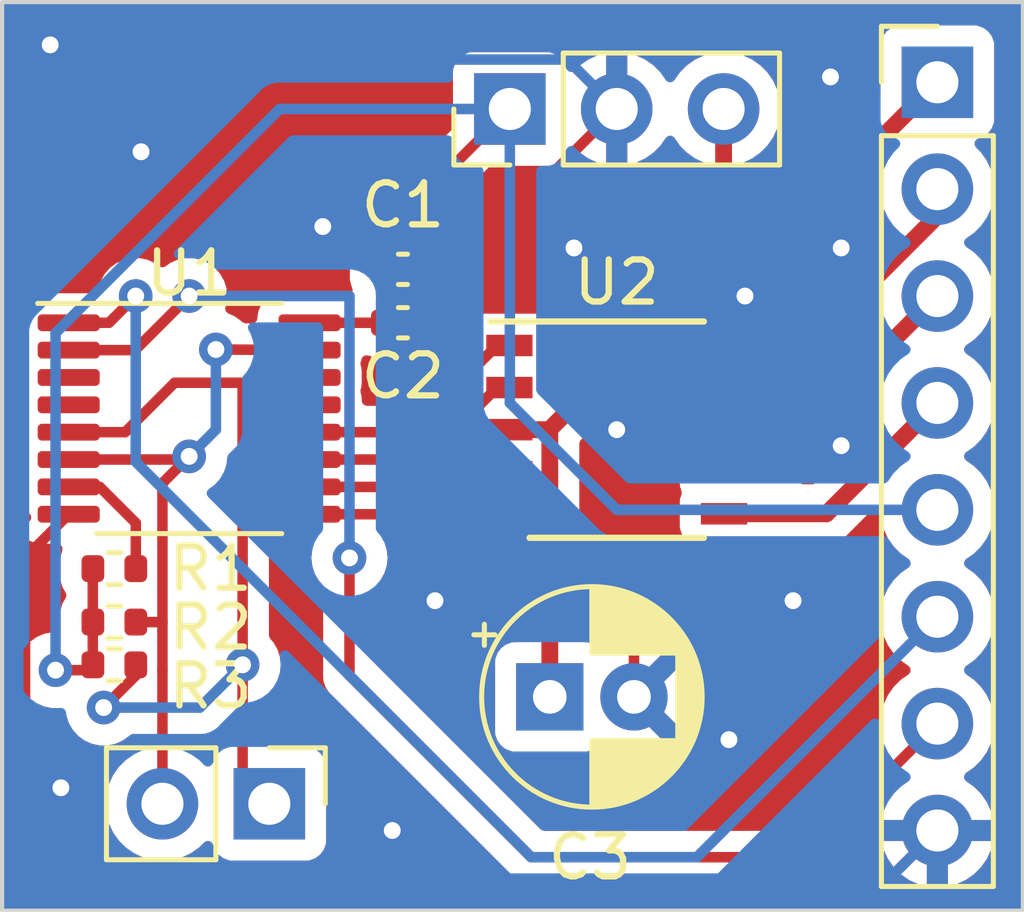
<source format=kicad_pcb>
(kicad_pcb (version 20221018) (generator pcbnew)
  (layers (0 "F.Cu" signal) (31 "B.Cu" signal) (34 "B.Paste" user) (35 "F.Paste" user) (36 "B.SilkS" user "B.Silkscreen") (37 "F.SilkS" user "F.Silkscreen") (38 "B.Mask" user) (39 "F.Mask" user) (44 "Edge.Cuts" user))
  (net 0 "")
  (net 1 "+5V")
  (net 2 "GND")
  (net 3 "+12V")
  (net 4 "Net-(J1-Pin_1)")
  (net 5 "Net-(J1-Pin_2)")
  (net 6 "Net-(J1-Pin_3)")
  (net 7 "Net-(J1-Pin_4)")
  (net 8 "Net-(J1-Pin_6)")
  (net 9 "Net-(J1-Pin_7)")
  (net 10 "I2C_SCL")
  (net 11 "I2C_SDA")
  (net 12 "Net-(U1-RESET)")
  (net 15 "Net-(U1-OUT3)")
  (net 16 "Net-(U1-OUT2)")
  (net 17 "Net-(U1-OUT1)")
  (net 18 "Net-(U1-OUT0)")
  (footprint "Package_SO:SSOP-10_3.9x4.9mm_P1.00mm" (layer "F.Cu") (at 68.58 25.4)
    (fp_text reference "U2" (at 0 -3.5) (layer "F.SilkS"))
    (fp_text value "~" hide)
    (fp_line (start -3 -2.57) (end 2.07 -2.57) (stroke (width 0.15)) (layer "F.SilkS"))
    (fp_line (start -2.07 2.57) (end 2.07 2.57) (stroke (width 0.15)) (layer "F.SilkS"))
    (pad "1" smd rect (at -2.55 -2) (size 1.1 0.51) (layers "F.Cu" "F.Paste" "F.Mask") (net 18 "Net-(U1-OUT0)"))
    (pad "2" smd rect (at -2.55 -1) (size 1.1 0.51) (layers "F.Cu" "F.Paste" "F.Mask") (net 17 "Net-(U1-OUT1)"))
    (pad "3" smd rect (at -2.55 0) (size 1.1 0.51) (layers "F.Cu" "F.Paste" "F.Mask") (net 3 "+12V"))
    (pad "4" smd rect (at -2.55 1) (size 1.1 0.51) (layers "F.Cu" "F.Paste" "F.Mask") (net 16 "Net-(U1-OUT2)"))
    (pad "5" smd rect (at -2.55 2) (size 1.1 0.51) (layers "F.Cu" "F.Paste" "F.Mask") (net 15 "Net-(U1-OUT3)"))
    (pad "6" smd rect (at 2.55 2) (size 1.1 0.51) (layers "F.Cu" "F.Paste" "F.Mask") (net 7 "Net-(J1-Pin_4)"))
    (pad "7" smd rect (at 2.55 1) (size 1.1 0.51) (layers "F.Cu" "F.Paste" "F.Mask") (net 6 "Net-(J1-Pin_3)"))
    (pad "8" smd rect (at 2.55 0) (size 1.1 0.51) (layers "F.Cu" "F.Paste" "F.Mask") (net 2 "GND"))
    (pad "9" smd rect (at 2.55 -1) (size 1.1 0.51) (layers "F.Cu" "F.Paste" "F.Mask") (net 5 "Net-(J1-Pin_2)"))
    (pad "10" smd rect (at 2.55 -2) (size 1.1 0.51) (layers "F.Cu" "F.Paste" "F.Mask") (net 4 "Net-(J1-Pin_1)"))
  )
  (footprint "Resistor_SMD:R_0402_1005Metric" (layer "F.Cu") (at 56.642 28.702)
    (fp_text reference "R1" (at 2.286 0 180) (layer "F.SilkS"))
    (fp_text value "1.2k" hide)
    (fp_line (start -0.153641 -0.38) (end 0.153641 -0.38) (stroke (width 0.12)) (layer "F.SilkS"))
    (fp_line (start -0.153641 0.38) (end 0.153641 0.38) (stroke (width 0.12)) (layer "F.SilkS"))
    (pad "1" smd roundrect (at -0.51 0) (size 0.54 0.64) (layers "F.Cu" "F.Paste" "F.Mask") (net 1 "+5V"))
    (pad "2" smd roundrect (at 0.51 0) (size 0.54 0.64) (layers "F.Cu" "F.Paste" "F.Mask") (net 12 "Net-(U1-RESET)"))
  )
  (footprint "Capacitor_THT:CP_Radial_D5.0mm_P2.00mm" (layer "F.Cu") (at 66.989888 31.75)
    (fp_text reference "C3" (at 0.955112 3.81) (layer "F.SilkS"))
    (fp_text value "4.7 μF" hide)
    (fp_line (start -1.804775 -1.475) (end -1.304775 -1.475) (stroke (width 0.12)) (layer "F.SilkS"))
    (fp_line (start -1.554775 -1.725) (end -1.554775 -1.225) (stroke (width 0.12)) (layer "F.SilkS"))
    (fp_line (start 1 -2.58) (end 1 -1.04) (stroke (width 0.12)) (layer "F.SilkS"))
    (fp_line (start 1 1.04) (end 1 2.58) (stroke (width 0.12)) (layer "F.SilkS"))
    (fp_line (start 1.04 -2.58) (end 1.04 -1.04) (stroke (width 0.12)) (layer "F.SilkS"))
    (fp_line (start 1.04 1.04) (end 1.04 2.58) (stroke (width 0.12)) (layer "F.SilkS"))
    (fp_line (start 1.08 -2.579) (end 1.08 -1.04) (stroke (width 0.12)) (layer "F.SilkS"))
    (fp_line (start 1.08 1.04) (end 1.08 2.579) (stroke (width 0.12)) (layer "F.SilkS"))
    (fp_line (start 1.12 -2.578) (end 1.12 -1.04) (stroke (width 0.12)) (layer "F.SilkS"))
    (fp_line (start 1.12 1.04) (end 1.12 2.578) (stroke (width 0.12)) (layer "F.SilkS"))
    (fp_line (start 1.16 -2.576) (end 1.16 -1.04) (stroke (width 0.12)) (layer "F.SilkS"))
    (fp_line (start 1.16 1.04) (end 1.16 2.576) (stroke (width 0.12)) (layer "F.SilkS"))
    (fp_line (start 1.2 -2.573) (end 1.2 -1.04) (stroke (width 0.12)) (layer "F.SilkS"))
    (fp_line (start 1.2 1.04) (end 1.2 2.573) (stroke (width 0.12)) (layer "F.SilkS"))
    (fp_line (start 1.24 -2.569) (end 1.24 -1.04) (stroke (width 0.12)) (layer "F.SilkS"))
    (fp_line (start 1.24 1.04) (end 1.24 2.569) (stroke (width 0.12)) (layer "F.SilkS"))
    (fp_line (start 1.28 -2.565) (end 1.28 -1.04) (stroke (width 0.12)) (layer "F.SilkS"))
    (fp_line (start 1.28 1.04) (end 1.28 2.565) (stroke (width 0.12)) (layer "F.SilkS"))
    (fp_line (start 1.32 -2.561) (end 1.32 -1.04) (stroke (width 0.12)) (layer "F.SilkS"))
    (fp_line (start 1.32 1.04) (end 1.32 2.561) (stroke (width 0.12)) (layer "F.SilkS"))
    (fp_line (start 1.36 -2.556) (end 1.36 -1.04) (stroke (width 0.12)) (layer "F.SilkS"))
    (fp_line (start 1.36 1.04) (end 1.36 2.556) (stroke (width 0.12)) (layer "F.SilkS"))
    (fp_line (start 1.4 -2.55) (end 1.4 -1.04) (stroke (width 0.12)) (layer "F.SilkS"))
    (fp_line (start 1.4 1.04) (end 1.4 2.55) (stroke (width 0.12)) (layer "F.SilkS"))
    (fp_line (start 1.44 -2.543) (end 1.44 -1.04) (stroke (width 0.12)) (layer "F.SilkS"))
    (fp_line (start 1.44 1.04) (end 1.44 2.543) (stroke (width 0.12)) (layer "F.SilkS"))
    (fp_line (start 1.48 -2.536) (end 1.48 -1.04) (stroke (width 0.12)) (layer "F.SilkS"))
    (fp_line (start 1.48 1.04) (end 1.48 2.536) (stroke (width 0.12)) (layer "F.SilkS"))
    (fp_line (start 1.52 -2.528) (end 1.52 -1.04) (stroke (width 0.12)) (layer "F.SilkS"))
    (fp_line (start 1.52 1.04) (end 1.52 2.528) (stroke (width 0.12)) (layer "F.SilkS"))
    (fp_line (start 1.56 -2.52) (end 1.56 -1.04) (stroke (width 0.12)) (layer "F.SilkS"))
    (fp_line (start 1.56 1.04) (end 1.56 2.52) (stroke (width 0.12)) (layer "F.SilkS"))
    (fp_line (start 1.6 -2.511) (end 1.6 -1.04) (stroke (width 0.12)) (layer "F.SilkS"))
    (fp_line (start 1.6 1.04) (end 1.6 2.511) (stroke (width 0.12)) (layer "F.SilkS"))
    (fp_line (start 1.64 -2.501) (end 1.64 -1.04) (stroke (width 0.12)) (layer "F.SilkS"))
    (fp_line (start 1.64 1.04) (end 1.64 2.501) (stroke (width 0.12)) (layer "F.SilkS"))
    (fp_line (start 1.68 -2.491) (end 1.68 -1.04) (stroke (width 0.12)) (layer "F.SilkS"))
    (fp_line (start 1.68 1.04) (end 1.68 2.491) (stroke (width 0.12)) (layer "F.SilkS"))
    (fp_line (start 1.721 -2.48) (end 1.721 -1.04) (stroke (width 0.12)) (layer "F.SilkS"))
    (fp_line (start 1.721 1.04) (end 1.721 2.48) (stroke (width 0.12)) (layer "F.SilkS"))
    (fp_line (start 1.761 -2.468) (end 1.761 -1.04) (stroke (width 0.12)) (layer "F.SilkS"))
    (fp_line (start 1.761 1.04) (end 1.761 2.468) (stroke (width 0.12)) (layer "F.SilkS"))
    (fp_line (start 1.801 -2.455) (end 1.801 -1.04) (stroke (width 0.12)) (layer "F.SilkS"))
    (fp_line (start 1.801 1.04) (end 1.801 2.455) (stroke (width 0.12)) (layer "F.SilkS"))
    (fp_line (start 1.841 -2.442) (end 1.841 -1.04) (stroke (width 0.12)) (layer "F.SilkS"))
    (fp_line (start 1.841 1.04) (end 1.841 2.442) (stroke (width 0.12)) (layer "F.SilkS"))
    (fp_line (start 1.881 -2.428) (end 1.881 -1.04) (stroke (width 0.12)) (layer "F.SilkS"))
    (fp_line (start 1.881 1.04) (end 1.881 2.428) (stroke (width 0.12)) (layer "F.SilkS"))
    (fp_line (start 1.921 -2.414) (end 1.921 -1.04) (stroke (width 0.12)) (layer "F.SilkS"))
    (fp_line (start 1.921 1.04) (end 1.921 2.414) (stroke (width 0.12)) (layer "F.SilkS"))
    (fp_line (start 1.961 -2.398) (end 1.961 -1.04) (stroke (width 0.12)) (layer "F.SilkS"))
    (fp_line (start 1.961 1.04) (end 1.961 2.398) (stroke (width 0.12)) (layer "F.SilkS"))
    (fp_line (start 2.001 -2.382) (end 2.001 -1.04) (stroke (width 0.12)) (layer "F.SilkS"))
    (fp_line (start 2.001 1.04) (end 2.001 2.382) (stroke (width 0.12)) (layer "F.SilkS"))
    (fp_line (start 2.041 -2.365) (end 2.041 -1.04) (stroke (width 0.12)) (layer "F.SilkS"))
    (fp_line (start 2.041 1.04) (end 2.041 2.365) (stroke (width 0.12)) (layer "F.SilkS"))
    (fp_line (start 2.081 -2.348) (end 2.081 -1.04) (stroke (width 0.12)) (layer "F.SilkS"))
    (fp_line (start 2.081 1.04) (end 2.081 2.348) (stroke (width 0.12)) (layer "F.SilkS"))
    (fp_line (start 2.121 -2.329) (end 2.121 -1.04) (stroke (width 0.12)) (layer "F.SilkS"))
    (fp_line (start 2.121 1.04) (end 2.121 2.329) (stroke (width 0.12)) (layer "F.SilkS"))
    (fp_line (start 2.161 -2.31) (end 2.161 -1.04) (stroke (width 0.12)) (layer "F.SilkS"))
    (fp_line (start 2.161 1.04) (end 2.161 2.31) (stroke (width 0.12)) (layer "F.SilkS"))
    (fp_line (start 2.201 -2.29) (end 2.201 -1.04) (stroke (width 0.12)) (layer "F.SilkS"))
    (fp_line (start 2.201 1.04) (end 2.201 2.29) (stroke (width 0.12)) (layer "F.SilkS"))
    (fp_line (start 2.241 -2.268) (end 2.241 -1.04) (stroke (width 0.12)) (layer "F.SilkS"))
    (fp_line (start 2.241 1.04) (end 2.241 2.268) (stroke (width 0.12)) (layer "F.SilkS"))
    (fp_line (start 2.281 -2.247) (end 2.281 -1.04) (stroke (width 0.12)) (layer "F.SilkS"))
    (fp_line (start 2.281 1.04) (end 2.281 2.247) (stroke (width 0.12)) (layer "F.SilkS"))
    (fp_line (start 2.321 -2.224) (end 2.321 -1.04) (stroke (width 0.12)) (layer "F.SilkS"))
    (fp_line (start 2.321 1.04) (end 2.321 2.224) (stroke (width 0.12)) (layer "F.SilkS"))
    (fp_line (start 2.361 -2.2) (end 2.361 -1.04) (stroke (width 0.12)) (layer "F.SilkS"))
    (fp_line (start 2.361 1.04) (end 2.361 2.2) (stroke (width 0.12)) (layer "F.SilkS"))
    (fp_line (start 2.401 -2.175) (end 2.401 -1.04) (stroke (width 0.12)) (layer "F.SilkS"))
    (fp_line (start 2.401 1.04) (end 2.401 2.175) (stroke (width 0.12)) (layer "F.SilkS"))
    (fp_line (start 2.441 -2.149) (end 2.441 -1.04) (stroke (width 0.12)) (layer "F.SilkS"))
    (fp_line (start 2.441 1.04) (end 2.441 2.149) (stroke (width 0.12)) (layer "F.SilkS"))
    (fp_line (start 2.481 -2.122) (end 2.481 -1.04) (stroke (width 0.12)) (layer "F.SilkS"))
    (fp_line (start 2.481 1.04) (end 2.481 2.122) (stroke (width 0.12)) (layer "F.SilkS"))
    (fp_line (start 2.521 -2.095) (end 2.521 -1.04) (stroke (width 0.12)) (layer "F.SilkS"))
    (fp_line (start 2.521 1.04) (end 2.521 2.095) (stroke (width 0.12)) (layer "F.SilkS"))
    (fp_line (start 2.561 -2.065) (end 2.561 -1.04) (stroke (width 0.12)) (layer "F.SilkS"))
    (fp_line (start 2.561 1.04) (end 2.561 2.065) (stroke (width 0.12)) (layer "F.SilkS"))
    (fp_line (start 2.601 -2.035) (end 2.601 -1.04) (stroke (width 0.12)) (layer "F.SilkS"))
    (fp_line (start 2.601 1.04) (end 2.601 2.035) (stroke (width 0.12)) (layer "F.SilkS"))
    (fp_line (start 2.641 -2.004) (end 2.641 -1.04) (stroke (width 0.12)) (layer "F.SilkS"))
    (fp_line (start 2.641 1.04) (end 2.641 2.004) (stroke (width 0.12)) (layer "F.SilkS"))
    (fp_line (start 2.681 -1.971) (end 2.681 -1.04) (stroke (width 0.12)) (layer "F.SilkS"))
    (fp_line (start 2.681 1.04) (end 2.681 1.971) (stroke (width 0.12)) (layer "F.SilkS"))
    (fp_line (start 2.721 -1.937) (end 2.721 -1.04) (stroke (width 0.12)) (layer "F.SilkS"))
    (fp_line (start 2.721 1.04) (end 2.721 1.937) (stroke (width 0.12)) (layer "F.SilkS"))
    (fp_line (start 2.761 -1.901) (end 2.761 -1.04) (stroke (width 0.12)) (layer "F.SilkS"))
    (fp_line (start 2.761 1.04) (end 2.761 1.901) (stroke (width 0.12)) (layer "F.SilkS"))
    (fp_line (start 2.801 -1.864) (end 2.801 -1.04) (stroke (width 0.12)) (layer "F.SilkS"))
    (fp_line (start 2.801 1.04) (end 2.801 1.864) (stroke (width 0.12)) (layer "F.SilkS"))
    (fp_line (start 2.841 -1.826) (end 2.841 -1.04) (stroke (width 0.12)) (layer "F.SilkS"))
    (fp_line (start 2.841 1.04) (end 2.841 1.826) (stroke (width 0.12)) (layer "F.SilkS"))
    (fp_line (start 2.881 -1.785) (end 2.881 -1.04) (stroke (width 0.12)) (layer "F.SilkS"))
    (fp_line (start 2.881 1.04) (end 2.881 1.785) (stroke (width 0.12)) (layer "F.SilkS"))
    (fp_line (start 2.921 -1.743) (end 2.921 -1.04) (stroke (width 0.12)) (layer "F.SilkS"))
    (fp_line (start 2.921 1.04) (end 2.921 1.743) (stroke (width 0.12)) (layer "F.SilkS"))
    (fp_line (start 2.961 -1.699) (end 2.961 -1.04) (stroke (width 0.12)) (layer "F.SilkS"))
    (fp_line (start 2.961 1.04) (end 2.961 1.699) (stroke (width 0.12)) (layer "F.SilkS"))
    (fp_line (start 3.001 -1.653) (end 3.001 -1.04) (stroke (width 0.12)) (layer "F.SilkS"))
    (fp_line (start 3.001 1.04) (end 3.001 1.653) (stroke (width 0.12)) (layer "F.SilkS"))
    (fp_line (start 3.041 -1.605) (end 3.041 1.605) (stroke (width 0.12)) (layer "F.SilkS"))
    (fp_line (start 3.081 -1.554) (end 3.081 1.554) (stroke (width 0.12)) (layer "F.SilkS"))
    (fp_line (start 3.121 -1.5) (end 3.121 1.5) (stroke (width 0.12)) (layer "F.SilkS"))
    (fp_line (start 3.161 -1.443) (end 3.161 1.443) (stroke (width 0.12)) (layer "F.SilkS"))
    (fp_line (start 3.201 -1.383) (end 3.201 1.383) (stroke (width 0.12)) (layer "F.SilkS"))
    (fp_line (start 3.241 -1.319) (end 3.241 1.319) (stroke (width 0.12)) (layer "F.SilkS"))
    (fp_line (start 3.281 -1.251) (end 3.281 1.251) (stroke (width 0.12)) (layer "F.SilkS"))
    (fp_line (start 3.321 -1.178) (end 3.321 1.178) (stroke (width 0.12)) (layer "F.SilkS"))
    (fp_line (start 3.361 -1.098) (end 3.361 1.098) (stroke (width 0.12)) (layer "F.SilkS"))
    (fp_line (start 3.401 -1.011) (end 3.401 1.011) (stroke (width 0.12)) (layer "F.SilkS"))
    (fp_line (start 3.441 -0.915) (end 3.441 0.915) (stroke (width 0.12)) (layer "F.SilkS"))
    (fp_line (start 3.481 -0.805) (end 3.481 0.805) (stroke (width 0.12)) (layer "F.SilkS"))
    (fp_line (start 3.521 -0.677) (end 3.521 0.677) (stroke (width 0.12)) (layer "F.SilkS"))
    (fp_line (start 3.561 -0.518) (end 3.561 0.518) (stroke (width 0.12)) (layer "F.SilkS"))
    (fp_line (start 3.601 -0.284) (end 3.601 0.284) (stroke (width 0.12)) (layer "F.SilkS"))
    (fp_circle (center 1 0) (end 3.62 0) (stroke (width 0.12)) (fill none) (layer "F.SilkS"))
    (pad "1" thru_hole rect (at 0 0) (size 1.6 1.6) (drill 0.8) (layers "*.Cu" "*.Mask") (net 3 "+12V"))
    (pad "2" thru_hole circle (at 2 0) (size 1.6 1.6) (drill 0.8) (layers "*.Cu" "*.Mask") (net 2 "GND"))
  )
  (footprint "Connector_PinHeader_2.54mm:PinHeader_1x03_P2.54mm_Vertical" (layer "F.Cu") (at 66.04 17.78 90)
    (fp_text reference "J3" hide)
    (fp_text value "Conn_01x03_Pin" hide)
    (fp_line (start -1.33 -1.33) (end 0 -1.33) (stroke (width 0.12)) (layer "F.SilkS"))
    (fp_line (start -1.33 0) (end -1.33 -1.33) (stroke (width 0.12)) (layer "F.SilkS"))
    (fp_line (start -1.33 1.27) (end -1.33 6.41) (stroke (width 0.12)) (layer "F.SilkS"))
    (fp_line (start -1.33 1.27) (end 1.33 1.27) (stroke (width 0.12)) (layer "F.SilkS"))
    (fp_line (start -1.33 6.41) (end 1.33 6.41) (stroke (width 0.12)) (layer "F.SilkS"))
    (fp_line (start 1.33 1.27) (end 1.33 6.41) (stroke (width 0.12)) (layer "F.SilkS"))
    (pad "1" thru_hole rect (at 0 0 90) (size 1.7 1.7) (drill 1) (layers "*.Cu" "*.Mask") (net 1 "+5V"))
    (pad "2" thru_hole oval (at 0 2.54 90) (size 1.7 1.7) (drill 1) (layers "*.Cu" "*.Mask") (net 2 "GND"))
    (pad "3" thru_hole oval (at 0 5.08 90) (size 1.7 1.7) (drill 1) (layers "*.Cu" "*.Mask") (net 3 "+12V"))
  )
  (footprint "Package_SO:TSSOP-16_4.4x5mm_P0.65mm" (layer "F.Cu") (at 58.42 25.135)
    (fp_text reference "U1" (at 0 -3.45) (layer "F.SilkS"))
    (fp_text value "~" hide)
    (fp_line (start 0 -2.735) (end -3.6 -2.735) (stroke (width 0.12)) (layer "F.SilkS"))
    (fp_line (start 0 -2.735) (end 2.2 -2.735) (stroke (width 0.12)) (layer "F.SilkS"))
    (fp_line (start 0 2.735) (end -2.2 2.735) (stroke (width 0.12)) (layer "F.SilkS"))
    (fp_line (start 0 2.735) (end 2.2 2.735) (stroke (width 0.12)) (layer "F.SilkS"))
    (pad "1" smd roundrect (at -2.8625 -2.275) (size 1.475 0.4) (layers "F.Cu" "F.Paste" "F.Mask") (net 8 "Net-(J1-Pin_6)"))
    (pad "2" smd roundrect (at -2.8625 -1.625) (size 1.475 0.4) (layers "F.Cu" "F.Paste" "F.Mask") (net 9 "Net-(J1-Pin_7)"))
    (pad "3" smd roundrect (at -2.8625 -0.975) (size 1.475 0.4) (layers "F.Cu" "F.Paste" "F.Mask"))
    (pad "4" smd roundrect (at -2.8625 -0.325) (size 1.475 0.4) (layers "F.Cu" "F.Paste" "F.Mask"))
    (pad "5" smd roundrect (at -2.8625 0.325) (size 1.475 0.4) (layers "F.Cu" "F.Paste" "F.Mask") (net 10 "I2C_SCL"))
    (pad "6" smd roundrect (at -2.8625 0.975) (size 1.475 0.4) (layers "F.Cu" "F.Paste" "F.Mask") (net 11 "I2C_SDA"))
    (pad "7" smd roundrect (at -2.8625 1.625) (size 1.475 0.4) (layers "F.Cu" "F.Paste" "F.Mask") (net 12 "Net-(U1-RESET)"))
    (pad "8" smd roundrect (at -2.8625 2.275) (size 1.475 0.4) (layers "F.Cu" "F.Paste" "F.Mask") (net 2 "GND"))
    (pad "9" smd roundrect (at 2.8625 2.275) (size 1.475 0.4) (layers "F.Cu" "F.Paste" "F.Mask") (net 15 "Net-(U1-OUT3)"))
    (pad "10" smd roundrect (at 2.8625 1.625) (size 1.475 0.4) (layers "F.Cu" "F.Paste" "F.Mask") (net 16 "Net-(U1-OUT2)"))
    (pad "11" smd roundrect (at 2.8625 0.975) (size 1.475 0.4) (layers "F.Cu" "F.Paste" "F.Mask") (net 17 "Net-(U1-OUT1)"))
    (pad "12" smd roundrect (at 2.8625 0.325) (size 1.475 0.4) (layers "F.Cu" "F.Paste" "F.Mask") (net 18 "Net-(U1-OUT0)"))
    (pad "13" smd roundrect (at 2.8625 -0.325) (size 1.475 0.4) (layers "F.Cu" "F.Paste" "F.Mask"))
    (pad "14" smd roundrect (at 2.8625 -0.975) (size 1.475 0.4) (layers "F.Cu" "F.Paste" "F.Mask") (net 10 "I2C_SCL"))
    (pad "15" smd roundrect (at 2.8625 -1.625) (size 1.475 0.4) (layers "F.Cu" "F.Paste" "F.Mask") (net 11 "I2C_SDA"))
    (pad "16" smd roundrect (at 2.8625 -2.275) (size 1.475 0.4) (layers "F.Cu" "F.Paste" "F.Mask") (net 1 "+5V"))
  )
  (footprint "Capacitor_SMD:C_0402_1005Metric" (layer "F.Cu") (at 63.5 22.86)
    (fp_text reference "C2" (at 0 1.27) (layer "F.SilkS"))
    (fp_text value "0.01 μF" hide)
    (fp_line (start -0.107836 -0.36) (end 0.107836 -0.36) (stroke (width 0.12)) (layer "F.SilkS"))
    (fp_line (start -0.107836 0.36) (end 0.107836 0.36) (stroke (width 0.12)) (layer "F.SilkS"))
    (pad "1" smd roundrect (at -0.48 0) (size 0.56 0.62) (layers "F.Cu" "F.Paste" "F.Mask") (net 1 "+5V"))
    (pad "2" smd roundrect (at 0.48 0) (size 0.56 0.62) (layers "F.Cu" "F.Paste" "F.Mask") (net 2 "GND"))
  )
  (footprint "Connector_PinHeader_2.54mm:PinHeader_1x08_P2.54mm_Vertical" (layer "F.Cu") (at 76.2 17.145)
    (fp_text reference "J1" hide)
    (fp_text value "Conn_02x04_Counter_Clockwise" hide)
    (fp_line (start -1.33 -1.33) (end 0 -1.33) (stroke (width 0.12)) (layer "F.SilkS"))
    (fp_line (start -1.33 0) (end -1.33 -1.33) (stroke (width 0.12)) (layer "F.SilkS"))
    (fp_line (start -1.33 1.27) (end -1.33 19.11) (stroke (width 0.12)) (layer "F.SilkS"))
    (fp_line (start -1.33 1.27) (end 1.33 1.27) (stroke (width 0.12)) (layer "F.SilkS"))
    (fp_line (start -1.33 19.11) (end 1.33 19.11) (stroke (width 0.12)) (layer "F.SilkS"))
    (fp_line (start 1.33 1.27) (end 1.33 19.11) (stroke (width 0.12)) (layer "F.SilkS"))
    (pad "1" thru_hole rect (at 0 0) (size 1.7 1.7) (drill 1) (layers "*.Cu" "*.Mask") (net 4 "Net-(J1-Pin_1)"))
    (pad "2" thru_hole oval (at 0 2.54) (size 1.7 1.7) (drill 1) (layers "*.Cu" "*.Mask") (net 5 "Net-(J1-Pin_2)"))
    (pad "3" thru_hole oval (at 0 5.08) (size 1.7 1.7) (drill 1) (layers "*.Cu" "*.Mask") (net 6 "Net-(J1-Pin_3)"))
    (pad "4" thru_hole oval (at 0 7.62) (size 1.7 1.7) (drill 1) (layers "*.Cu" "*.Mask") (net 7 "Net-(J1-Pin_4)"))
    (pad "5" thru_hole oval (at 0 10.16) (size 1.7 1.7) (drill 1) (layers "*.Cu" "*.Mask") (net 1 "+5V"))
    (pad "6" thru_hole oval (at 0 12.7) (size 1.7 1.7) (drill 1) (layers "*.Cu" "*.Mask") (net 8 "Net-(J1-Pin_6)"))
    (pad "7" thru_hole oval (at 0 15.24) (size 1.7 1.7) (drill 1) (layers "*.Cu" "*.Mask") (net 9 "Net-(J1-Pin_7)"))
    (pad "8" thru_hole oval (at 0 17.78) (size 1.7 1.7) (drill 1) (layers "*.Cu" "*.Mask") (net 2 "GND"))
  )
  (footprint "Capacitor_SMD:C_0402_1005Metric" (layer "F.Cu") (at 63.5 21.59)
    (fp_text reference "C1" (at 0 -1.524) (layer "F.SilkS"))
    (fp_text value "4.7 μF" hide)
    (fp_line (start -0.107836 -0.36) (end 0.107836 -0.36) (stroke (width 0.12)) (layer "F.SilkS"))
    (fp_line (start -0.107836 0.36) (end 0.107836 0.36) (stroke (width 0.12)) (layer "F.SilkS"))
    (pad "1" smd roundrect (at -0.48 0) (size 0.56 0.62) (layers "F.Cu" "F.Paste" "F.Mask") (net 1 "+5V"))
    (pad "2" smd roundrect (at 0.48 0) (size 0.56 0.62) (layers "F.Cu" "F.Paste" "F.Mask") (net 2 "GND"))
  )
  (footprint "Resistor_SMD:R_0402_1005Metric" (layer "F.Cu") (at 56.642 30.988 180)
    (fp_text reference "R3" (at -2.286 -0.508) (layer "F.SilkS"))
    (fp_text value "1.6k" hide)
    (fp_line (start -0.153641 -0.38) (end 0.153641 -0.38) (stroke (width 0.12)) (layer "F.SilkS"))
    (fp_line (start -0.153641 0.38) (end 0.153641 0.38) (stroke (width 0.12)) (layer "F.SilkS"))
    (pad "1" smd roundrect (at -0.51 0 180) (size 0.54 0.64) (layers "F.Cu" "F.Paste" "F.Mask") (net 10 "I2C_SCL"))
    (pad "2" smd roundrect (at 0.51 0 180) (size 0.54 0.64) (layers "F.Cu" "F.Paste" "F.Mask") (net 1 "+5V"))
  )
  (footprint "Connector_PinHeader_2.54mm:PinHeader_1x02_P2.54mm_Vertical" (layer "F.Cu") (at 60.325 34.29 -90)
    (fp_text reference "J2" hide)
    (fp_text value "Conn_01x02_Pin" hide)
    (fp_line (start -1.33 -1.33) (end 0 -1.33) (stroke (width 0.12)) (layer "F.SilkS"))
    (fp_line (start -1.33 0) (end -1.33 -1.33) (stroke (width 0.12)) (layer "F.SilkS"))
    (fp_line (start -1.33 1.27) (end -1.33 3.87) (stroke (width 0.12)) (layer "F.SilkS"))
    (fp_line (start -1.33 1.27) (end 1.33 1.27) (stroke (width 0.12)) (layer "F.SilkS"))
    (fp_line (start -1.33 3.87) (end 1.33 3.87) (stroke (width 0.12)) (layer "F.SilkS"))
    (fp_line (start 1.33 1.27) (end 1.33 3.87) (stroke (width 0.12)) (layer "F.SilkS"))
    (pad "1" thru_hole rect (at 0 0 270) (size 1.7 1.7) (drill 1) (layers "*.Cu" "*.Mask") (net 10 "I2C_SCL"))
    (pad "2" thru_hole oval (at 0 2.54 270) (size 1.7 1.7) (drill 1) (layers "*.Cu" "*.Mask") (net 11 "I2C_SDA"))
  )
  (footprint "Resistor_SMD:R_0402_1005Metric" (layer "F.Cu") (at 56.642 29.972)
    (fp_text reference "R2" (at 2.288 0.127) (layer "F.SilkS"))
    (fp_text value "1.6k" hide)
    (fp_line (start -0.153641 -0.38) (end 0.153641 -0.38) (stroke (width 0.12)) (layer "F.SilkS"))
    (fp_line (start -0.153641 0.38) (end 0.153641 0.38) (stroke (width 0.12)) (layer "F.SilkS"))
    (pad "1" smd roundrect (at -0.51 0) (size 0.54 0.64) (layers "F.Cu" "F.Paste" "F.Mask") (net 1 "+5V"))
    (pad "2" smd roundrect (at 0.51 0) (size 0.54 0.64) (layers "F.Cu" "F.Paste" "F.Mask") (net 11 "I2C_SDA"))
  )
  (gr_rect (start 53.975 15.24) (end 78.232 36.83) (stroke (width 0.1)) (fill none) (layer "Edge.Cuts"))
  (segment (start 56.13 31.115) (end 56.13 28.704) (width 0.25) (layer "F.Cu") (net 1))
  (segment (start 56.13 28.704) (end 56.132 28.702) (width 0.25) (layer "F.Cu") (net 1))
  (segment (start 66.04 17.78) (end 63.02 20.8) (width 0.25) (layer "F.Cu") (net 1))
  (segment (start 56.13 31.115) (end 55.245 31.115) (width 0.25) (layer "F.Cu") (net 1))
  (segment (start 63.02 20.8) (end 63.02 21.59) (width 0.25) (layer "F.Cu") (net 1))
  (segment (start 63.02 21.59) (end 63.02 22.86) (width 0.25) (layer "F.Cu") (net 1))
  (segment (start 61.2825 22.86) (end 63.02 22.86) (width 0.25) (layer "F.Cu") (net 1))
  (via (at 55.245 31.115) (size 0.8) (drill 0.4) (layers "F.Cu" "B.Cu") (net 1))
  (segment (start 55.245 31.115) (end 55.245 23.104695) (width 0.25) (layer "B.Cu") (net 1))
  (segment (start 55.245 23.104695) (end 60.569695 17.78) (width 0.25) (layer "B.Cu") (net 1))
  (segment (start 68.58 27.305) (end 76.2 27.305) (width 0.25) (layer "B.Cu") (net 1))
  (segment (start 60.569695 17.78) (end 66.04 17.78) (width 0.25) (layer "B.Cu") (net 1))
  (segment (start 66.04 17.78) (end 66.04 24.765) (width 0.25) (layer "B.Cu") (net 1))
  (segment (start 66.04 24.765) (end 68.58 27.305) (width 0.25) (layer "B.Cu") (net 1))
  (segment (start 68.58 25.4) (end 71.13 25.4) (width 0.25) (layer "F.Cu") (net 2))
  (segment (start 74.803 36.322) (end 76.2 34.925) (width 0.25) (layer "F.Cu") (net 2))
  (segment (start 70.675 25.4) (end 71.13 25.4) (width 0.25) (layer "F.Cu") (net 2))
  (segment (start 68.989888 31.75) (end 68.989888 27.085112) (width 0.25) (layer "F.Cu") (net 2))
  (segment (start 63.98 21.59) (end 63.98 22.86) (width 0.25) (layer "F.Cu") (net 2))
  (segment (start 63.98 21.59) (end 64.77 21.59) (width 0.25) (layer "F.Cu") (net 2))
  (segment (start 54.52 28.4475) (end 54.52 36.232) (width 0.25) (layer "F.Cu") (net 2))
  (segment (start 54.61 36.322) (end 74.803 36.322) (width 0.25) (layer "F.Cu") (net 2))
  (segment (start 68.989888 27.085112) (end 70.675 25.4) (width 0.25) (layer "F.Cu") (net 2))
  (segment (start 55.5575 27.41) (end 54.52 28.4475) (width 0.25) (layer "F.Cu") (net 2))
  (segment (start 64.77 21.59) (end 68.58 17.78) (width 0.25) (layer "F.Cu") (net 2))
  (segment (start 54.52 36.232) (end 54.61 36.322) (width 0.25) (layer "F.Cu") (net 2))
  (via (at 64.262 29.464) (size 0.8) (drill 0.4) (layers "F.Cu" "B.Cu") (net 2))
  (via (at 57.277 18.796) (size 0.8) (drill 0.4) (layers "F.Cu" "B.Cu") (net 2))
  (via (at 67.564 21.082) (size 0.8) (drill 0.4) (layers "F.Cu" "B.Cu") (net 2))
  (via (at 55.372 33.909) (size 0.8) (drill 0.4) (layers "F.Cu" "B.Cu") (net 2))
  (via (at 61.595 20.574) (size 0.8) (drill 0.4) (layers "F.Cu" "B.Cu") (net 2))
  (via (at 72.771 29.464) (size 0.8) (drill 0.4) (layers "F.Cu" "B.Cu") (net 2))
  (via (at 73.914 21.082) (size 0.8) (drill 0.4) (layers "F.Cu" "B.Cu") (net 2))
  (via (at 55.118 16.256) (size 0.8) (drill 0.4) (layers "F.Cu" "B.Cu") (net 2))
  (via (at 73.66 17.018) (size 0.8) (drill 0.4) (layers "F.Cu" "B.Cu") (net 2))
  (via (at 63.246 34.925) (size 0.8) (drill 0.4) (layers "F.Cu" "B.Cu") (net 2))
  (via (at 71.628 22.225) (size 0.8) (drill 0.4) (layers "F.Cu" "B.Cu") (net 2))
  (via (at 71.247 32.766) (size 0.8) (drill 0.4) (layers "F.Cu" "B.Cu") (net 2))
  (via (at 68.58 25.4) (size 0.8) (drill 0.4) (layers "F.Cu" "B.Cu") (net 2))
  (via (at 73.914 25.781) (size 0.8) (drill 0.4) (layers "F.Cu" "B.Cu") (net 2))
  (segment (start 68.58 17.78) (end 67.405 16.605) (width 0.25) (layer "B.Cu") (net 2))
  (segment (start 68.58 17.78) (end 68.58 25.4) (width 0.25) (layer "B.Cu") (net 2))
  (segment (start 67.405 16.605) (end 56.801 16.605) (width 0.25) (layer "B.Cu") (net 2))
  (segment (start 54.356 19.05) (end 54.356 35.56) (width 0.25) (layer "B.Cu") (net 2))
  (segment (start 54.356 35.56) (end 54.864 36.068) (width 0.25) (layer "B.Cu") (net 2))
  (segment (start 56.801 16.605) (end 54.356 19.05) (width 0.25) (layer "B.Cu") (net 2))
  (segment (start 75.057 36.068) (end 76.2 34.925) (width 0.25) (layer "B.Cu") (net 2))
  (segment (start 54.864 36.068) (end 75.057 36.068) (width 0.25) (layer "B.Cu") (net 2))
  (segment (start 71.12 17.78) (end 71.12 21.26) (width 0.4) (layer "F.Cu") (net 3))
  (segment (start 66.03 25.4) (end 66.325 25.4) (width 0.25) (layer "F.Cu") (net 3))
  (segment (start 71.12 21.26) (end 66.98 25.4) (width 0.4) (layer "F.Cu") (net 3))
  (segment (start 66.485 25.4) (end 66.03 25.4) (width 0.25) (layer "F.Cu") (net 3))
  (segment (start 66.98 25.4) (end 66.03 25.4) (width 0.4) (layer "F.Cu") (net 3))
  (segment (start 66.98 25.4) (end 66.989888 25.409888) (width 0.4) (layer "F.Cu") (net 3))
  (segment (start 66.989888 25.409888) (end 66.989888 31.75) (width 0.4) (layer "F.Cu") (net 3))
  (segment (start 72.104 23.4) (end 72.644 22.86) (width 0.4) (layer "F.Cu") (net 4))
  (segment (start 72.644 22.86) (end 72.644 20.701) (width 0.4) (layer "F.Cu") (net 4))
  (segment (start 72.644 20.701) (end 76.2 17.145) (width 0.4) (layer "F.Cu") (net 4))
  (segment (start 71.13 23.4) (end 72.104 23.4) (width 0.4) (layer "F.Cu") (net 4))
  (segment (start 71.13 24.4) (end 72.12 24.4) (width 0.4) (layer "F.Cu") (net 5))
  (segment (start 76.2 20.32) (end 76.2 19.685) (width 0.4) (layer "F.Cu") (net 5))
  (segment (start 72.12 24.4) (end 76.2 20.32) (width 0.4) (layer "F.Cu") (net 5))
  (segment (start 71.13 26.4) (end 72.025 26.4) (width 0.4) (layer "F.Cu") (net 6))
  (segment (start 72.025 26.4) (end 76.2 22.225) (width 0.4) (layer "F.Cu") (net 6))
  (segment (start 71.13 27.4) (end 73.565 27.4) (width 0.4) (layer "F.Cu") (net 7))
  (segment (start 73.565 27.4) (end 76.2 24.765) (width 0.4) (layer "F.Cu") (net 7))
  (segment (start 55.5575 22.86) (end 56.515 22.86) (width 0.25) (layer "F.Cu") (net 8))
  (segment (start 56.515 22.86) (end 57.15 22.225) (width 0.25) (layer "F.Cu") (net 8))
  (via (at 57.15 22.225) (size 0.8) (drill 0.4) (layers "F.Cu" "B.Cu") (net 8))
  (segment (start 70.485 35.56) (end 76.2 29.845) (width 0.25) (layer "B.Cu") (net 8))
  (segment (start 57.15 26.162) (end 66.548 35.56) (width 0.25) (layer "B.Cu") (net 8))
  (segment (start 57.15 22.225) (end 57.15 26.162) (width 0.25) (layer "B.Cu") (net 8))
  (segment (start 66.548 35.56) (end 70.485 35.56) (width 0.25) (layer "B.Cu") (net 8))
  (segment (start 62.23 28.448) (end 62.23 31.242) (width 0.25) (layer "F.Cu") (net 9))
  (segment (start 57.135 23.51) (end 58.42 22.225) (width 0.25) (layer "F.Cu") (net 9))
  (segment (start 66.548 35.56) (end 73.025 35.56) (width 0.25) (layer "F.Cu") (net 9))
  (segment (start 62.23 31.242) (end 66.548 35.56) (width 0.25) (layer "F.Cu") (net 9))
  (segment (start 73.025 35.56) (end 76.2 32.385) (width 0.25) (layer "F.Cu") (net 9))
  (segment (start 55.5575 23.51) (end 57.135 23.51) (width 0.25) (layer "F.Cu") (net 9))
  (via (at 62.23 28.448) (size 0.8) (drill 0.4) (layers "F.Cu" "B.Cu") (net 9))
  (via (at 58.42 22.225) (size 0.8) (drill 0.4) (layers "F.Cu" "B.Cu") (net 9))
  (segment (start 62.23 28.575) (end 62.23 28.448) (width 0.25) (layer "B.Cu") (net 9))
  (segment (start 58.42 22.225) (end 62.23 22.225) (width 0.25) (layer "B.Cu") (net 9))
  (segment (start 62.23 28.448) (end 62.23 22.225) (width 0.25) (layer "B.Cu") (net 9))
  (segment (start 58.073812 24.285) (end 59.69 24.285) (width 0.25) (layer "F.Cu") (net 10))
  (segment (start 59.69 33.655) (end 60.325 34.29) (width 0.25) (layer "F.Cu") (net 10))
  (segment (start 59.69 30.988) (end 59.69 24.285) (width 0.25) (layer "F.Cu") (net 10))
  (segment (start 61.1575 24.285) (end 61.2825 24.16) (width 0.25) (layer "F.Cu") (net 10))
  (segment (start 59.69 24.285) (end 61.1575 24.285) (width 0.25) (layer "F.Cu") (net 10))
  (segment (start 59.69 31.115) (end 59.69 30.988) (width 0.25) (layer "F.Cu") (net 10))
  (segment (start 59.69 31.115) (end 59.69 33.655) (width 0.25) (layer "F.Cu") (net 10))
  (segment (start 57.152 31.24) (end 56.388 32.004) (width 0.25) (layer "F.Cu") (net 10))
  (segment (start 56.898812 25.46) (end 58.073812 24.285) (width 0.25) (layer "F.Cu") (net 10))
  (segment (start 57.152 30.988) (end 57.152 31.24) (width 0.25) (layer "F.Cu") (net 10))
  (segment (start 55.5575 25.46) (end 56.898812 25.46) (width 0.25) (layer "F.Cu") (net 10))
  (via (at 56.388 32.004) (size 0.8) (drill 0.4) (layers "F.Cu" "B.Cu") (net 10))
  (via (at 59.69 30.988) (size 0.8) (drill 0.4) (layers "F.Cu" "B.Cu") (net 10))
  (segment (start 58.674 32.004) (end 59.69 30.988) (width 0.25) (layer "B.Cu") (net 10))
  (segment (start 56.388 32.004) (end 58.674 32.004) (width 0.25) (layer "B.Cu") (net 10))
  (segment (start 61.2825 23.51) (end 59.055 23.495) (width 0.25) (layer "F.Cu") (net 11))
  (segment (start 58.42 26.035) (end 58.345 26.11) (width 0.25) (layer "F.Cu") (net 11))
  (segment (start 57.785 29.972) (end 57.785 31.115) (width 0.25) (layer "F.Cu") (net 11))
  (segment (start 57.152 29.972) (end 57.785 29.972) (width 0.25) (layer "F.Cu") (net 11))
  (segment (start 58.345 26.11) (end 55.5575 26.11) (width 0.25) (layer "F.Cu") (net 11))
  (segment (start 58.42 26.035) (end 57.785 26.67) (width 0.25) (layer "F.Cu") (net 11))
  (segment (start 57.785 26.67) (end 57.785 29.972) (width 0.25) (layer "F.Cu") (net 11))
  (segment (start 57.785 31.115) (end 57.785 34.29) (width 0.25) (layer "F.Cu") (net 11))
  (segment (start 59.055 23.495) (end 59.055 23.51) (width 0.25) (layer "F.Cu") (net 11))
  (via (at 59.055 23.495) (size 0.8) (drill 0.4) (layers "F.Cu" "B.Cu") (net 11))
  (via (at 58.42 26.035) (size 0.8) (drill 0.4) (layers "F.Cu" "B.Cu") (net 11))
  (segment (start 59.055 25.4) (end 58.42 26.035) (width 0.25) (layer "B.Cu") (net 11))
  (segment (start 59.055 23.495) (end 59.055 25.4) (width 0.25) (layer "B.Cu") (net 11))
  (segment (start 57.152 28.702) (end 57.152 27.617001) (width 0.25) (layer "F.Cu") (net 12))
  (segment (start 56.294999 26.76) (end 55.5575 26.76) (width 0.25) (layer "F.Cu") (net 12))
  (segment (start 57.152 27.617001) (end 56.294999 26.76) (width 0.25) (layer "F.Cu") (net 12))
  (segment (start 61.2825 27.41) (end 66.02 27.41) (width 0.25) (layer "F.Cu") (net 15))
  (segment (start 66.02 27.41) (end 66.03 27.4) (width 0.25) (layer "F.Cu") (net 15))
  (segment (start 65.67 26.76) (end 66.03 26.4) (width 0.25) (layer "F.Cu") (net 16))
  (segment (start 61.2825 26.76) (end 65.67 26.76) (width 0.25) (layer "F.Cu") (net 16))
  (segment (start 66.03 24.4) (end 65.735 24.4) (width 0.25) (layer "F.Cu") (net 17))
  (segment (start 65.735 24.4) (end 64.025 26.11) (width 0.25) (layer "F.Cu") (net 17))
  (segment (start 64.025 26.11) (end 61.2825 26.11) (width 0.25) (layer "F.Cu") (net 17))
  (segment (start 61.2825 25.46) (end 63.675 25.46) (width 0.25) (layer "F.Cu") (net 18))
  (segment (start 63.675 25.46) (end 65.735 23.4) (width 0.25) (layer "F.Cu") (net 18))
  (segment (start 65.735 23.4) (end 66.03 23.4) (width 0.25) (layer "F.Cu") (net 18))
  (zone (net 2) (net_name "GND") (layers "F&B.Cu") (connect_pads (clearance 0.5)) (min_thickness 0.25) (fill yes (thermal_gap 0.5) (thermal_bridge_width 0.5))
    (polygon (pts (xy 53.975 15.24) (xy 78.232 15.24) (xy 78.232 36.83) (xy 53.975 36.83)))
  )
)
</source>
